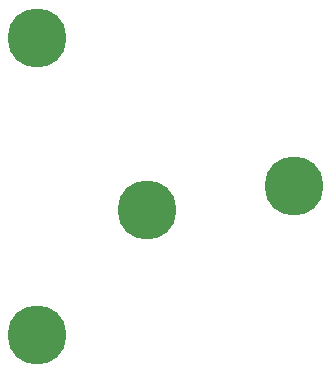
<source format=gbr>
%TF.GenerationSoftware,KiCad,Pcbnew,6.0.8-f2edbf62ab~116~ubuntu22.04.1*%
%TF.CreationDate,2022-11-07T08:46:38+01:00*%
%TF.ProjectId,batteriedeckel,62617474-6572-4696-9564-65636b656c2e,rev?*%
%TF.SameCoordinates,Original*%
%TF.FileFunction,Copper,L2,Bot*%
%TF.FilePolarity,Positive*%
%FSLAX46Y46*%
G04 Gerber Fmt 4.6, Leading zero omitted, Abs format (unit mm)*
G04 Created by KiCad (PCBNEW 6.0.8-f2edbf62ab~116~ubuntu22.04.1) date 2022-11-07 08:46:38*
%MOMM*%
%LPD*%
G01*
G04 APERTURE LIST*
%TA.AperFunction,ComponentPad*%
%ADD10C,5.000000*%
%TD*%
G04 APERTURE END LIST*
D10*
%TO.P,BAT+,1,1*%
%TO.N,/BAT+*%
X92750000Y-87443000D03*
%TD*%
%TO.P,SW-,1,1*%
%TO.N,/GND*%
X114500000Y-100000000D03*
%TD*%
%TO.P,BAT-,1,1*%
%TO.N,/GND*%
X102000000Y-102000000D03*
%TD*%
%TO.P,SW+,1,1*%
%TO.N,/MODE*%
X92750000Y-112557000D03*
%TD*%
M02*

</source>
